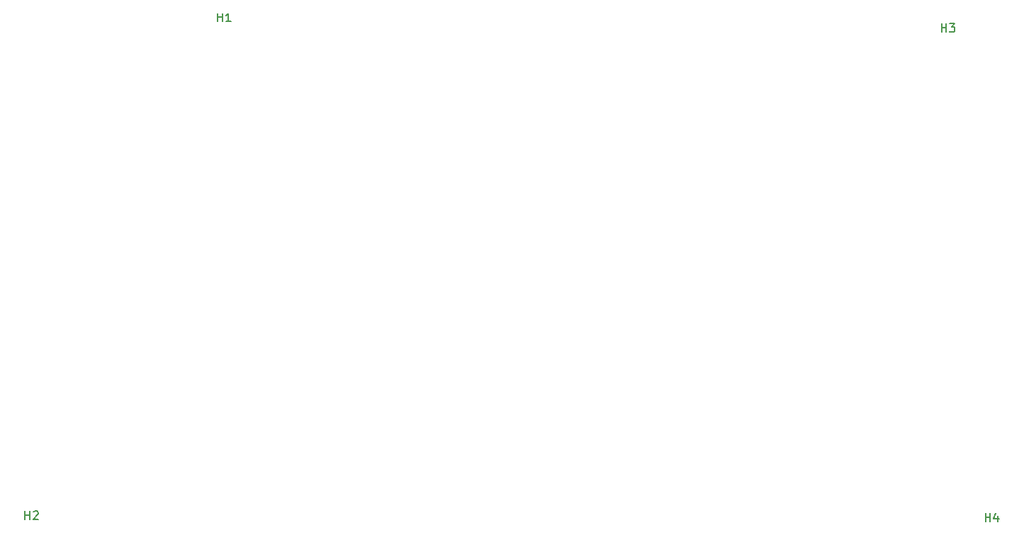
<source format=gto>
G04 #@! TF.GenerationSoftware,KiCad,Pcbnew,(5.1.0-0)*
G04 #@! TF.CreationDate,2019-06-09T21:39:38+02:00*
G04 #@! TF.ProjectId,ssol56-pcb,73736f6c-3536-42d7-9063-622e6b696361,rev?*
G04 #@! TF.SameCoordinates,Original*
G04 #@! TF.FileFunction,Legend,Top*
G04 #@! TF.FilePolarity,Positive*
%FSLAX46Y46*%
G04 Gerber Fmt 4.6, Leading zero omitted, Abs format (unit mm)*
G04 Created by KiCad (PCBNEW (5.1.0-0)) date 2019-06-09 21:39:38*
%MOMM*%
%LPD*%
G04 APERTURE LIST*
%ADD10C,0.150000*%
G04 APERTURE END LIST*
D10*
X269988095Y-97952380D02*
X269988095Y-96952380D01*
X269988095Y-97428571D02*
X270559523Y-97428571D01*
X270559523Y-97952380D02*
X270559523Y-96952380D01*
X271464285Y-97285714D02*
X271464285Y-97952380D01*
X271226190Y-96904761D02*
X270988095Y-97619047D01*
X271607142Y-97619047D01*
X264738095Y-39452380D02*
X264738095Y-38452380D01*
X264738095Y-38928571D02*
X265309523Y-38928571D01*
X265309523Y-39452380D02*
X265309523Y-38452380D01*
X265690476Y-38452380D02*
X266309523Y-38452380D01*
X265976190Y-38833333D01*
X266119047Y-38833333D01*
X266214285Y-38880952D01*
X266261904Y-38928571D01*
X266309523Y-39023809D01*
X266309523Y-39261904D01*
X266261904Y-39357142D01*
X266214285Y-39404761D01*
X266119047Y-39452380D01*
X265833333Y-39452380D01*
X265738095Y-39404761D01*
X265690476Y-39357142D01*
X155238095Y-97702380D02*
X155238095Y-96702380D01*
X155238095Y-97178571D02*
X155809523Y-97178571D01*
X155809523Y-97702380D02*
X155809523Y-96702380D01*
X156238095Y-96797619D02*
X156285714Y-96750000D01*
X156380952Y-96702380D01*
X156619047Y-96702380D01*
X156714285Y-96750000D01*
X156761904Y-96797619D01*
X156809523Y-96892857D01*
X156809523Y-96988095D01*
X156761904Y-97130952D01*
X156190476Y-97702380D01*
X156809523Y-97702380D01*
X178238095Y-38202380D02*
X178238095Y-37202380D01*
X178238095Y-37678571D02*
X178809523Y-37678571D01*
X178809523Y-38202380D02*
X178809523Y-37202380D01*
X179809523Y-38202380D02*
X179238095Y-38202380D01*
X179523809Y-38202380D02*
X179523809Y-37202380D01*
X179428571Y-37345238D01*
X179333333Y-37440476D01*
X179238095Y-37488095D01*
M02*

</source>
